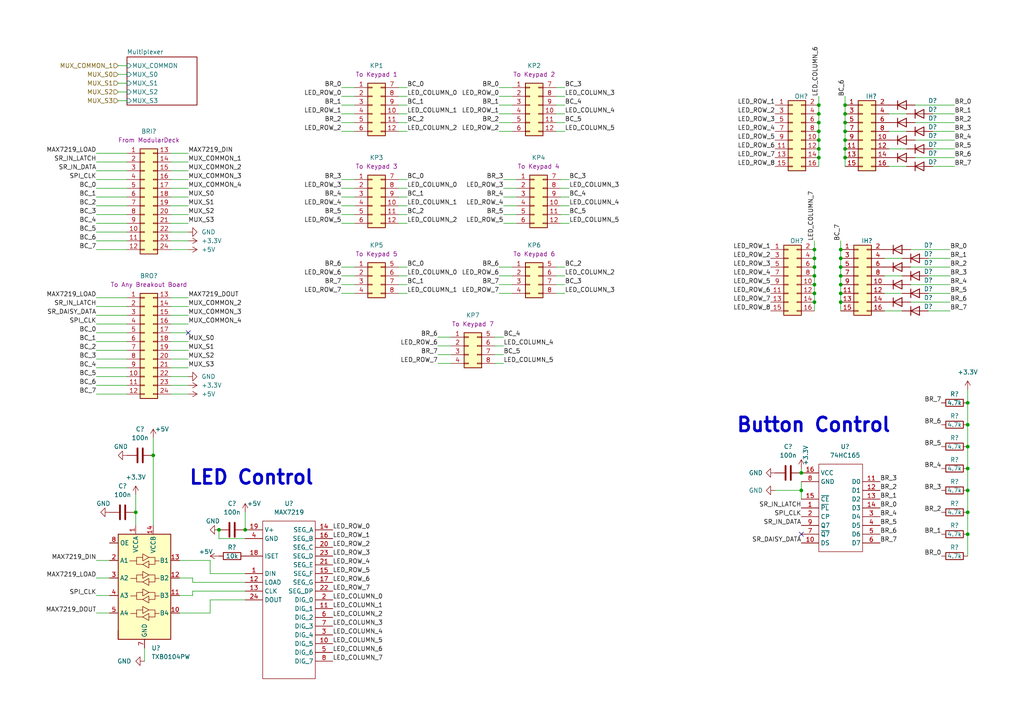
<source format=kicad_sch>
(kicad_sch (version 20211123) (generator eeschema)
  (paper "A4")
  (lib_symbols
    (symbol "Connector_Generic:Conn_02x04_Top_Bottom" (pin_names (offset 1.016) hide)
      (property "Reference" "J" (at 1.27 5.08 0))
      (property "Value" "Conn_02x04_Top_Bottom" (at 1.27 -7.62 0))
      (symbol "Conn_02x04_Top_Bottom_1_1"
        (pin passive line (at -5.08 2.54 0) (length 3.81) (name "Pin_1") (number "1"))
        (pin passive line (at -5.08 0 0) (length 3.81) (name "Pin_2") (number "2"))
        (pin passive line (at -5.08 -2.54 0) (length 3.81) (name "Pin_3") (number "3"))
        (pin passive line (at -5.08 -5.08 0) (length 3.81) (name "Pin_4") (number "4"))
        (pin passive line (at 7.62 2.54 180) (length 3.81) (name "Pin_5") (number "5"))
        (pin passive line (at 7.62 0 180) (length 3.81) (name "Pin_6") (number "6"))
        (pin passive line (at 7.62 -2.54 180) (length 3.81) (name "Pin_7") (number "7"))
        (pin passive line (at 7.62 -5.08 180) (length 3.81) (name "Pin_8") (number "8"))
      )
    )
    (symbol "Connector_Generic:Conn_02x06_Top_Bottom" (pin_names (offset 1.016) hide)
      (property "Reference" "J" (at 1.27 7.62 0))
      (property "Value" "Conn_02x06_Top_Bottom" (at 1.27 -10.16 0))
      (symbol "Conn_02x06_Top_Bottom_1_1"
        (pin passive line (at -5.08 5.08 0) (length 3.81) (name "Pin_1") (number "1"))
        (pin passive line (at 7.62 -2.54 180) (length 3.81) (name "Pin_10") (number "10"))
        (pin passive line (at 7.62 -5.08 180) (length 3.81) (name "Pin_11") (number "11"))
        (pin passive line (at 7.62 -7.62 180) (length 3.81) (name "Pin_12") (number "12"))
        (pin passive line (at -5.08 2.54 0) (length 3.81) (name "Pin_2") (number "2"))
        (pin passive line (at -5.08 0 0) (length 3.81) (name "Pin_3") (number "3"))
        (pin passive line (at -5.08 -2.54 0) (length 3.81) (name "Pin_4") (number "4"))
        (pin passive line (at -5.08 -5.08 0) (length 3.81) (name "Pin_5") (number "5"))
        (pin passive line (at -5.08 -7.62 0) (length 3.81) (name "Pin_6") (number "6"))
        (pin passive line (at 7.62 5.08 180) (length 3.81) (name "Pin_7") (number "7"))
        (pin passive line (at 7.62 2.54 180) (length 3.81) (name "Pin_8") (number "8"))
        (pin passive line (at 7.62 0 180) (length 3.81) (name "Pin_9") (number "9"))
      )
    )
    (symbol "Connector_Generic:Conn_02x08_Odd_Even" (pin_names (offset 1.016) hide)
      (property "Reference" "J" (at 1.27 10.16 0))
      (property "Value" "Conn_02x08_Odd_Even" (at 1.27 -12.7 0))
      (symbol "Conn_02x08_Odd_Even_1_1"
        (pin passive line (at -5.08 7.62 0) (length 3.81) (name "Pin_1") (number "1"))
        (pin passive line (at 7.62 -2.54 180) (length 3.81) (name "Pin_10") (number "10"))
        (pin passive line (at -5.08 -5.08 0) (length 3.81) (name "Pin_11") (number "11"))
        (pin passive line (at 7.62 -5.08 180) (length 3.81) (name "Pin_12") (number "12"))
        (pin passive line (at -5.08 -7.62 0) (length 3.81) (name "Pin_13") (number "13"))
        (pin passive line (at 7.62 -7.62 180) (length 3.81) (name "Pin_14") (number "14"))
        (pin passive line (at -5.08 -10.16 0) (length 3.81) (name "Pin_15") (number "15"))
        (pin passive line (at 7.62 -10.16 180) (length 3.81) (name "Pin_16") (number "16"))
        (pin passive line (at 7.62 7.62 180) (length 3.81) (name "Pin_2") (number "2"))
        (pin passive line (at -5.08 5.08 0) (length 3.81) (name "Pin_3") (number "3"))
        (pin passive line (at 7.62 5.08 180) (length 3.81) (name "Pin_4") (number "4"))
        (pin passive line (at -5.08 2.54 0) (length 3.81) (name "Pin_5") (number "5"))
        (pin passive line (at 7.62 2.54 180) (length 3.81) (name "Pin_6") (number "6"))
        (pin passive line (at -5.08 0 0) (length 3.81) (name "Pin_7") (number "7"))
        (pin passive line (at 7.62 0 180) (length 3.81) (name "Pin_8") (number "8"))
        (pin passive line (at -5.08 -2.54 0) (length 3.81) (name "Pin_9") (number "9"))
      )
    )
    (symbol "Connector_Generic:Conn_02x12_Top_Bottom" (pin_names (offset 1.016) hide)
      (property "Reference" "J" (at 1.27 15.24 0))
      (property "Value" "Conn_02x12_Top_Bottom" (at 1.27 -17.78 0))
      (symbol "Conn_02x12_Top_Bottom_1_1"
        (pin passive line (at -5.08 12.7 0) (length 3.81) (name "Pin_1") (number "1"))
        (pin passive line (at -5.08 -10.16 0) (length 3.81) (name "Pin_10") (number "10"))
        (pin passive line (at -5.08 -12.7 0) (length 3.81) (name "Pin_11") (number "11"))
        (pin passive line (at -5.08 -15.24 0) (length 3.81) (name "Pin_12") (number "12"))
        (pin passive line (at 7.62 12.7 180) (length 3.81) (name "Pin_13") (number "13"))
        (pin passive line (at 7.62 10.16 180) (length 3.81) (name "Pin_14") (number "14"))
        (pin passive line (at 7.62 7.62 180) (length 3.81) (name "Pin_15") (number "15"))
        (pin passive line (at 7.62 5.08 180) (length 3.81) (name "Pin_16") (number "16"))
        (pin passive line (at 7.62 2.54 180) (length 3.81) (name "Pin_17") (number "17"))
        (pin passive line (at 7.62 0 180) (length 3.81) (name "Pin_18") (number "18"))
        (pin passive line (at 7.62 -2.54 180) (length 3.81) (name "Pin_19") (number "19"))
        (pin passive line (at -5.08 10.16 0) (length 3.81) (name "Pin_2") (number "2"))
        (pin passive line (at 7.62 -5.08 180) (length 3.81) (name "Pin_20") (number "20"))
        (pin passive line (at 7.62 -7.62 180) (length 3.81) (name "Pin_21") (number "21"))
        (pin passive line (at 7.62 -10.16 180) (length 3.81) (name "Pin_22") (number "22"))
        (pin passive line (at 7.62 -12.7 180) (length 3.81) (name "Pin_23") (number "23"))
        (pin passive line (at 7.62 -15.24 180) (length 3.81) (name "Pin_24") (number "24"))
        (pin passive line (at -5.08 7.62 0) (length 3.81) (name "Pin_3") (number "3"))
        (pin passive line (at -5.08 5.08 0) (length 3.81) (name "Pin_4") (number "4"))
        (pin passive line (at -5.08 2.54 0) (length 3.81) (name "Pin_5") (number "5"))
        (pin passive line (at -5.08 0 0) (length 3.81) (name "Pin_6") (number "6"))
        (pin passive line (at -5.08 -2.54 0) (length 3.81) (name "Pin_7") (number "7"))
        (pin passive line (at -5.08 -5.08 0) (length 3.81) (name "Pin_8") (number "8"))
        (pin passive line (at -5.08 -7.62 0) (length 3.81) (name "Pin_9") (number "9"))
      )
    )
    (symbol "Device:C" (pin_numbers hide) (pin_names (offset 0.254))
      (property "Reference" "C" (at 0.635 2.54 0))
      (property "Value" "C" (at 0.635 -2.54 0))
      (symbol "C_1_1"
        (pin passive line (at 0 3.81 270) (length 2.794) (name "~") (number "1"))
        (pin passive line (at 0 -3.81 90) (length 2.794) (name "~") (number "2"))
      )
    )
    (symbol "Device:R" (pin_numbers hide) (pin_names (offset 0))
      (property "Reference" "R" (at 2.032 0 90))
      (property "Value" "R" (at 0 0 90))
      (symbol "R_1_1"
        (pin passive line (at 0 3.81 270) (length 1.27) (name "~") (number "1"))
        (pin passive line (at 0 -3.81 90) (length 1.27) (name "~") (number "2"))
      )
    )
    (symbol "Diode:1N4148WT" (pin_numbers hide) (pin_names (offset 1.016) hide)
      (property "Reference" "D" (at 0 2.54 0))
      (property "Value" "1N4148WT" (at 0 -2.54 0))
      (symbol "1N4148WT_1_1"
        (pin passive line (at -3.81 0 0) (length 2.54) (name "K") (number "1"))
        (pin passive line (at 3.81 0 180) (length 2.54) (name "A") (number "2"))
      )
    )
    (symbol "Logic_LevelTranslator:TXB0104PW"
      (property "Reference" "U" (at -6.35 16.51 0))
      (property "Value" "TXB0104PW" (at 3.81 16.51 0))
      (symbol "TXB0104PW_1_1"
        (pin power_in line (at -2.54 17.78 270) (length 2.54) (name "VCCA") (number "1"))
        (pin bidirectional line (at 10.16 -7.62 180) (length 2.54) (name "B4") (number "10"))
        (pin bidirectional line (at 10.16 -2.54 180) (length 2.54) (name "B3") (number "11"))
        (pin bidirectional line (at 10.16 2.54 180) (length 2.54) (name "B2") (number "12"))
        (pin bidirectional line (at 10.16 7.62 180) (length 2.54) (name "B1") (number "13"))
        (pin power_in line (at 2.54 17.78 270) (length 2.54) (name "VCCB") (number "14"))
        (pin bidirectional line (at -10.16 7.62 0) (length 2.54) (name "A1") (number "2"))
        (pin bidirectional line (at -10.16 2.54 0) (length 2.54) (name "A2") (number "3"))
        (pin bidirectional line (at -10.16 -2.54 0) (length 2.54) (name "A3") (number "4"))
        (pin bidirectional line (at -10.16 -7.62 0) (length 2.54) (name "A4") (number "5"))
        (pin no_connect line (at -10.16 -12.7 0) (length 2.54) hide (name "NC") (number "6"))
        (pin power_in line (at 0 -17.78 90) (length 2.54) (name "GND") (number "7"))
        (pin input line (at -10.16 12.7 0) (length 2.54) (name "OE") (number "8"))
        (pin no_connect line (at 10.16 -12.7 180) (length 2.54) hide (name "NC") (number "9"))
      )
    )
    (symbol "igor_lib:74HC165"
      (property "Reference" "U?" (at 6.35 29.21 0))
      (property "Value" "74HC165" (at 6.35 26.67 0))
      (symbol "74HC165_1_0"
        (pin input line (at -5.08 12.7 0) (length 5.08) (name "~{PL}") (number "1"))
        (pin input line (at -5.08 2.54 0) (length 5.08) (name "DS") (number "10"))
        (pin input line (at 17.78 20.32 180) (length 5.08) (name "D0") (number "11"))
        (pin input line (at 17.78 17.78 180) (length 5.08) (name "D1") (number "12"))
        (pin input line (at 17.78 15.24 180) (length 5.08) (name "D2") (number "13"))
        (pin input line (at 17.78 12.7 180) (length 5.08) (name "D3") (number "14"))
        (pin input line (at -5.08 15.24 0) (length 5.08) (name "~{CE}") (number "15"))
        (pin power_in line (at -5.08 22.86 0) (length 5.08) (name "VCC") (number "16"))
        (pin input line (at -5.08 10.16 0) (length 5.08) (name "CP") (number "2"))
        (pin input line (at 17.78 10.16 180) (length 5.08) (name "D4") (number "3"))
        (pin input line (at 17.78 7.62 180) (length 5.08) (name "D5") (number "4"))
        (pin input line (at 17.78 5.08 180) (length 5.08) (name "D6") (number "5"))
        (pin input line (at 17.78 2.54 180) (length 5.08) (name "D7") (number "6"))
        (pin output line (at -5.08 5.08 0) (length 5.08) (name "~{Q7}") (number "7"))
        (pin power_in line (at -5.08 20.32 0) (length 5.08) (name "GND") (number "8"))
        (pin output line (at -5.08 7.62 0) (length 5.08) (name "Q7") (number "9"))
      )
    )
    (symbol "igor_lib:MAX7219"
      (property "Reference" "U?" (at 7.62 49.53 0))
      (property "Value" "MAX7219" (at 7.62 46.99 0))
      (symbol "MAX7219_1_1"
        (pin input line (at -5.08 30.48 0) (length 5.08) (name "DIN") (number "1"))
        (pin output line (at 20.32 10.16 180) (length 5.08) (name "DIG_5") (number "10"))
        (pin output line (at 20.32 20.32 180) (length 5.08) (name "DIG_1") (number "11"))
        (pin input line (at -5.08 27.94 0) (length 5.08) (name "LOAD") (number "12"))
        (pin input line (at -5.08 25.4 0) (length 5.08) (name "CLK") (number "13"))
        (pin output line (at 20.32 43.18 180) (length 5.08) (name "SEG_A") (number "14"))
        (pin output line (at 20.32 30.48 180) (length 5.08) (name "SEG_F") (number "15"))
        (pin output line (at 20.32 40.64 180) (length 5.08) (name "SEG_B") (number "16"))
        (pin output line (at 20.32 27.94 180) (length 5.08) (name "SEG_G") (number "17"))
        (pin input line (at -5.08 35.56 0) (length 5.08) (name "ISET") (number "18"))
        (pin power_in line (at -5.08 43.18 0) (length 5.08) (name "V+") (number "19"))
        (pin output line (at 20.32 22.86 180) (length 5.08) (name "DIG_0") (number "2"))
        (pin output line (at 20.32 38.1 180) (length 5.08) (name "SEG_C") (number "20"))
        (pin output line (at 20.32 33.02 180) (length 5.08) (name "SEG_E") (number "21"))
        (pin output line (at 20.32 25.4 180) (length 5.08) (name "SEG_DP") (number "22"))
        (pin output line (at 20.32 35.56 180) (length 5.08) (name "SEG_D") (number "23"))
        (pin output line (at -5.08 22.86 0) (length 5.08) (name "DOUT") (number "24"))
        (pin output line (at 20.32 12.7 180) (length 5.08) (name "DIG_4") (number "3"))
        (pin power_in line (at -5.08 40.64 0) (length 5.08) (name "GND") (number "4"))
        (pin output line (at 20.32 7.62 180) (length 5.08) (name "DIG_6") (number "5"))
        (pin output line (at 20.32 17.78 180) (length 5.08) (name "DIG_2") (number "6"))
        (pin output line (at 20.32 15.24 180) (length 5.08) (name "DIG_3") (number "7"))
        (pin output line (at 20.32 5.08 180) (length 5.08) (name "DIG_7") (number "8"))
        (pin passive line (at -5.08 40.64 0) (length 5.08) hide (name "GND") (number "9"))
      )
    )
    (symbol "power:+3.3V" (power) (pin_names (offset 0))
      (property "Value" "+3.3V" (at 0 3.556 0))
      (symbol "+3.3V_1_1"
        (pin power_in line (at 0 0 90) (length 0) hide (name "+3.3V") (number "1"))
      )
    )
    (symbol "power:+5V" (power) (pin_names (offset 0))
      (property "Value" "+5V" (at 0 3.556 0))
      (symbol "+5V_1_1"
        (pin power_in line (at 0 0 90) (length 0) hide (name "+5V") (number "1"))
      )
    )
    (symbol "power:GND" (power) (pin_names (offset 0))
      (property "Value" "GND" (at 0 -3.81 0))
      (symbol "GND_1_1"
        (pin power_in line (at 0 0 270) (length 0) hide (name "GND") (number "1"))
      )
    )
  )
  (junction (at 280.67 135.89))
  (junction (at 232.41 142.24))
  (junction (at 243.84 87.63))
  (junction (at 232.41 137.16))
  (junction (at 280.67 116.84))
  (junction (at 236.22 87.63))
  (junction (at 243.84 85.09))
  (junction (at 280.67 154.94))
  (junction (at 245.11 35.56))
  (junction (at 237.49 33.02))
  (junction (at 280.67 142.24))
  (junction (at 243.84 82.55))
  (junction (at 245.11 43.18))
  (junction (at 237.49 38.1))
  (junction (at 245.11 40.64))
  (junction (at 237.49 35.56))
  (junction (at 243.84 80.01))
  (junction (at 236.22 80.01))
  (junction (at 236.22 85.09))
  (junction (at 280.67 129.54))
  (junction (at 243.84 72.39))
  (junction (at 243.84 74.93))
  (junction (at 236.22 82.55))
  (junction (at 243.84 77.47))
  (junction (at 237.49 43.18))
  (junction (at 280.67 148.59))
  (junction (at 245.11 30.48))
  (junction (at 71.12 153.67))
  (junction (at 280.67 123.19))
  (junction (at 245.11 38.1))
  (junction (at 245.11 33.02))
  (junction (at 39.37 148.59))
  (junction (at 236.22 74.93))
  (junction (at 237.49 45.72))
  (junction (at 236.22 72.39))
  (junction (at 237.49 30.48))
  (junction (at 63.5 153.67))
  (junction (at 44.45 132.08))
  (junction (at 236.22 77.47))
  (junction (at 245.11 45.72))
  (junction (at 237.49 40.64))
  (no_connect (at 232.41 154.94))
  (no_connect (at 54.61 96.52))
  (wire (pts (xy 99.06 35.56) (xy 102.87 35.56)))
  (wire (pts (xy 270.51 48.26) (xy 276.86 48.26)))
  (wire (pts (xy 55.88 171.45) (xy 55.88 172.72)))
  (wire (pts (xy 261.62 80.01) (xy 256.54 80.01)))
  (wire (pts (xy 49.53 54.61) (xy 54.61 54.61)))
  (wire (pts (xy 115.57 27.94) (xy 118.11 27.94)))
  (wire (pts (xy 280.67 129.54) (xy 280.67 135.89)))
  (wire (pts (xy 27.94 46.99) (xy 36.83 46.99)))
  (wire (pts (xy 115.57 57.15) (xy 118.11 57.15)))
  (wire (pts (xy 144.78 33.02) (xy 148.59 33.02)))
  (wire (pts (xy 280.67 135.89) (xy 280.67 142.24)))
  (wire (pts (xy 146.05 59.69) (xy 149.86 59.69)))
  (wire (pts (xy 144.78 85.09) (xy 148.59 85.09)))
  (wire (pts (xy 243.84 74.93) (xy 243.84 77.47)))
  (wire (pts (xy 245.11 33.02) (xy 245.11 35.56)))
  (wire (pts (xy 269.24 80.01) (xy 275.59 80.01)))
  (wire (pts (xy 265.43 45.72) (xy 276.86 45.72)))
  (wire (pts (xy 236.22 72.39) (xy 236.22 74.93)))
  (wire (pts (xy 49.53 91.44) (xy 54.61 91.44)))
  (wire (pts (xy 71.12 156.21) (xy 63.5 156.21)))
  (wire (pts (xy 264.16 87.63) (xy 275.59 87.63)))
  (wire (pts (xy 115.57 82.55) (xy 118.11 82.55)))
  (wire (pts (xy 99.06 85.09) (xy 102.87 85.09)))
  (wire (pts (xy 27.94 106.68) (xy 36.83 106.68)))
  (wire (pts (xy 55.88 168.91) (xy 71.12 168.91)))
  (wire (pts (xy 44.45 132.08) (xy 44.45 152.4)))
  (wire (pts (xy 49.53 111.76) (xy 54.61 111.76)))
  (wire (pts (xy 27.94 91.44) (xy 36.83 91.44)))
  (wire (pts (xy 49.53 57.15) (xy 54.61 57.15)))
  (wire (pts (xy 144.78 77.47) (xy 148.59 77.47)))
  (wire (pts (xy 232.41 142.24) (xy 232.41 144.78)))
  (wire (pts (xy 161.29 27.94) (xy 163.83 27.94)))
  (wire (pts (xy 162.56 52.07) (xy 165.1 52.07)))
  (wire (pts (xy 49.53 44.45) (xy 54.61 44.45)))
  (wire (pts (xy 49.53 69.85) (xy 54.61 69.85)))
  (wire (pts (xy 146.05 57.15) (xy 149.86 57.15)))
  (wire (pts (xy 27.94 54.61) (xy 36.83 54.61)))
  (wire (pts (xy 36.83 24.13) (xy 34.29 24.13)))
  (wire (pts (xy 236.22 80.01) (xy 236.22 82.55)))
  (wire (pts (xy 264.16 77.47) (xy 275.59 77.47)))
  (wire (pts (xy 55.88 167.64) (xy 52.07 167.64)))
  (wire (pts (xy 27.94 93.98) (xy 36.83 93.98)))
  (wire (pts (xy 63.5 156.21) (xy 63.5 153.67)))
  (wire (pts (xy 162.56 62.23) (xy 165.1 62.23)))
  (wire (pts (xy 27.94 72.39) (xy 36.83 72.39)))
  (wire (pts (xy 162.56 59.69) (xy 165.1 59.69)))
  (wire (pts (xy 270.51 43.18) (xy 276.86 43.18)))
  (wire (pts (xy 245.11 40.64) (xy 245.11 43.18)))
  (wire (pts (xy 144.78 80.01) (xy 148.59 80.01)))
  (wire (pts (xy 27.94 101.6) (xy 36.83 101.6)))
  (wire (pts (xy 115.57 62.23) (xy 118.11 62.23)))
  (wire (pts (xy 144.78 38.1) (xy 148.59 38.1)))
  (wire (pts (xy 99.06 62.23) (xy 102.87 62.23)))
  (wire (pts (xy 36.83 29.21) (xy 34.29 29.21)))
  (wire (pts (xy 55.88 168.91) (xy 55.88 167.64)))
  (wire (pts (xy 27.94 114.3) (xy 36.83 114.3)))
  (wire (pts (xy 60.96 177.8) (xy 52.07 177.8)))
  (wire (pts (xy 144.78 27.94) (xy 148.59 27.94)))
  (wire (pts (xy 264.16 72.39) (xy 275.59 72.39)))
  (wire (pts (xy 261.62 85.09) (xy 256.54 85.09)))
  (wire (pts (xy 280.67 148.59) (xy 280.67 154.94)))
  (wire (pts (xy 99.06 30.48) (xy 102.87 30.48)))
  (wire (pts (xy 99.06 64.77) (xy 102.87 64.77)))
  (wire (pts (xy 237.49 27.94) (xy 237.49 30.48)))
  (wire (pts (xy 115.57 64.77) (xy 118.11 64.77)))
  (wire (pts (xy 27.94 86.36) (xy 36.83 86.36)))
  (wire (pts (xy 162.56 57.15) (xy 165.1 57.15)))
  (wire (pts (xy 41.91 187.96) (xy 41.91 191.77)))
  (wire (pts (xy 49.53 109.22) (xy 54.61 109.22)))
  (wire (pts (xy 232.41 135.89) (xy 232.41 137.16)))
  (wire (pts (xy 127 97.79) (xy 130.81 97.79)))
  (wire (pts (xy 144.78 35.56) (xy 148.59 35.56)))
  (wire (pts (xy 36.83 21.59) (xy 34.29 21.59)))
  (wire (pts (xy 245.11 35.56) (xy 245.11 38.1)))
  (wire (pts (xy 161.29 85.09) (xy 163.83 85.09)))
  (wire (pts (xy 99.06 59.69) (xy 102.87 59.69)))
  (wire (pts (xy 262.89 33.02) (xy 257.81 33.02)))
  (wire (pts (xy 27.94 109.22) (xy 36.83 109.22)))
  (wire (pts (xy 27.94 69.85) (xy 36.83 69.85)))
  (wire (pts (xy 243.84 82.55) (xy 243.84 85.09)))
  (wire (pts (xy 27.94 67.31) (xy 36.83 67.31)))
  (wire (pts (xy 71.12 148.59) (xy 71.12 153.67)))
  (wire (pts (xy 262.89 48.26) (xy 257.81 48.26)))
  (wire (pts (xy 161.29 38.1) (xy 163.83 38.1)))
  (wire (pts (xy 60.96 162.56) (xy 52.07 162.56)))
  (wire (pts (xy 99.06 27.94) (xy 102.87 27.94)))
  (wire (pts (xy 27.94 177.8) (xy 31.75 177.8)))
  (wire (pts (xy 27.94 167.64) (xy 31.75 167.64)))
  (wire (pts (xy 236.22 85.09) (xy 236.22 87.63)))
  (wire (pts (xy 49.53 49.53) (xy 54.61 49.53)))
  (wire (pts (xy 49.53 67.31) (xy 54.61 67.31)))
  (wire (pts (xy 27.94 96.52) (xy 36.83 96.52)))
  (wire (pts (xy 127 100.33) (xy 130.81 100.33)))
  (wire (pts (xy 237.49 43.18) (xy 237.49 45.72)))
  (wire (pts (xy 237.49 45.72) (xy 237.49 48.26)))
  (wire (pts (xy 115.57 30.48) (xy 118.11 30.48)))
  (wire (pts (xy 115.57 25.4) (xy 118.11 25.4)))
  (wire (pts (xy 224.79 142.24) (xy 232.41 142.24)))
  (wire (pts (xy 243.84 85.09) (xy 243.84 87.63)))
  (wire (pts (xy 27.94 49.53) (xy 36.83 49.53)))
  (wire (pts (xy 269.24 85.09) (xy 275.59 85.09)))
  (wire (pts (xy 262.89 38.1) (xy 257.81 38.1)))
  (wire (pts (xy 143.51 105.41) (xy 146.05 105.41)))
  (wire (pts (xy 161.29 33.02) (xy 163.83 33.02)))
  (wire (pts (xy 99.06 38.1) (xy 102.87 38.1)))
  (wire (pts (xy 99.06 82.55) (xy 102.87 82.55)))
  (wire (pts (xy 27.94 104.14) (xy 36.83 104.14)))
  (wire (pts (xy 162.56 64.77) (xy 165.1 64.77)))
  (wire (pts (xy 265.43 30.48) (xy 276.86 30.48)))
  (wire (pts (xy 243.84 77.47) (xy 243.84 80.01)))
  (wire (pts (xy 245.11 38.1) (xy 245.11 40.64)))
  (wire (pts (xy 60.96 166.37) (xy 60.96 162.56)))
  (wire (pts (xy 49.53 88.9) (xy 54.61 88.9)))
  (wire (pts (xy 55.88 172.72) (xy 52.07 172.72)))
  (wire (pts (xy 115.57 80.01) (xy 118.11 80.01)))
  (wire (pts (xy 161.29 35.56) (xy 163.83 35.56)))
  (wire (pts (xy 99.06 80.01) (xy 102.87 80.01)))
  (wire (pts (xy 44.45 127) (xy 44.45 132.08)))
  (wire (pts (xy 236.22 69.85) (xy 236.22 72.39)))
  (wire (pts (xy 264.16 82.55) (xy 275.59 82.55)))
  (wire (pts (xy 49.53 93.98) (xy 54.61 93.98)))
  (wire (pts (xy 236.22 77.47) (xy 236.22 80.01)))
  (wire (pts (xy 161.29 82.55) (xy 163.83 82.55)))
  (wire (pts (xy 265.43 35.56) (xy 276.86 35.56)))
  (wire (pts (xy 270.51 38.1) (xy 276.86 38.1)))
  (wire (pts (xy 36.83 26.67) (xy 34.29 26.67)))
  (wire (pts (xy 161.29 30.48) (xy 163.83 30.48)))
  (wire (pts (xy 237.49 40.64) (xy 237.49 43.18)))
  (wire (pts (xy 60.96 166.37) (xy 71.12 166.37)))
  (wire (pts (xy 236.22 87.63) (xy 236.22 90.17)))
  (wire (pts (xy 237.49 33.02) (xy 237.49 35.56)))
  (wire (pts (xy 127 102.87) (xy 130.81 102.87)))
  (wire (pts (xy 27.94 64.77) (xy 36.83 64.77)))
  (wire (pts (xy 115.57 85.09) (xy 118.11 85.09)))
  (wire (pts (xy 115.57 33.02) (xy 118.11 33.02)))
  (wire (pts (xy 27.94 162.56) (xy 31.75 162.56)))
  (wire (pts (xy 161.29 25.4) (xy 163.83 25.4)))
  (wire (pts (xy 236.22 74.93) (xy 236.22 77.47)))
  (wire (pts (xy 115.57 35.56) (xy 118.11 35.56)))
  (wire (pts (xy 161.29 80.01) (xy 163.83 80.01)))
  (wire (pts (xy 49.53 101.6) (xy 54.61 101.6)))
  (wire (pts (xy 243.84 69.85) (xy 243.84 72.39)))
  (wire (pts (xy 144.78 25.4) (xy 148.59 25.4)))
  (wire (pts (xy 280.67 154.94) (xy 280.67 161.29)))
  (wire (pts (xy 49.53 46.99) (xy 54.61 46.99)))
  (wire (pts (xy 146.05 62.23) (xy 149.86 62.23)))
  (wire (pts (xy 115.57 52.07) (xy 118.11 52.07)))
  (wire (pts (xy 27.94 57.15) (xy 36.83 57.15)))
  (wire (pts (xy 261.62 74.93) (xy 256.54 74.93)))
  (wire (pts (xy 143.51 100.33) (xy 146.05 100.33)))
  (wire (pts (xy 49.53 62.23) (xy 54.61 62.23)))
  (wire (pts (xy 99.06 52.07) (xy 102.87 52.07)))
  (wire (pts (xy 127 105.41) (xy 130.81 105.41)))
  (wire (pts (xy 144.78 30.48) (xy 148.59 30.48)))
  (wire (pts (xy 232.41 139.7) (xy 232.41 142.24)))
  (wire (pts (xy 49.53 72.39) (xy 54.61 72.39)))
  (wire (pts (xy 144.78 82.55) (xy 148.59 82.55)))
  (wire (pts (xy 27.94 99.06) (xy 36.83 99.06)))
  (wire (pts (xy 27.94 88.9) (xy 36.83 88.9)))
  (wire (pts (xy 99.06 57.15) (xy 102.87 57.15)))
  (wire (pts (xy 49.53 104.14) (xy 54.61 104.14)))
  (wire (pts (xy 27.94 62.23) (xy 36.83 62.23)))
  (wire (pts (xy 39.37 148.59) (xy 39.37 152.4)))
  (wire (pts (xy 55.88 171.45) (xy 71.12 171.45)))
  (wire (pts (xy 161.29 77.47) (xy 163.83 77.47)))
  (wire (pts (xy 269.24 74.93) (xy 275.59 74.93)))
  (wire (pts (xy 237.49 38.1) (xy 237.49 40.64)))
  (wire (pts (xy 60.96 173.99) (xy 71.12 173.99)))
  (wire (pts (xy 27.94 44.45) (xy 36.83 44.45)))
  (wire (pts (xy 280.67 113.03) (xy 280.67 116.84)))
  (wire (pts (xy 49.53 114.3) (xy 54.61 114.3)))
  (wire (pts (xy 49.53 52.07) (xy 54.61 52.07)))
  (wire (pts (xy 49.53 86.36) (xy 54.61 86.36)))
  (wire (pts (xy 236.22 82.55) (xy 236.22 85.09)))
  (wire (pts (xy 280.67 123.19) (xy 280.67 129.54)))
  (wire (pts (xy 262.89 43.18) (xy 257.81 43.18)))
  (wire (pts (xy 243.84 72.39) (xy 243.84 74.93)))
  (wire (pts (xy 115.57 59.69) (xy 118.11 59.69)))
  (wire (pts (xy 261.62 90.17) (xy 256.54 90.17)))
  (wire (pts (xy 27.94 52.07) (xy 36.83 52.07)))
  (wire (pts (xy 243.84 87.63) (xy 243.84 90.17)))
  (wire (pts (xy 39.37 143.51) (xy 39.37 148.59)))
  (wire (pts (xy 60.96 173.99) (xy 60.96 177.8)))
  (wire (pts (xy 237.49 35.56) (xy 237.49 38.1)))
  (wire (pts (xy 146.05 54.61) (xy 149.86 54.61)))
  (wire (pts (xy 162.56 54.61) (xy 165.1 54.61)))
  (wire (pts (xy 243.84 80.01) (xy 243.84 82.55)))
  (wire (pts (xy 115.57 38.1) (xy 118.11 38.1)))
  (wire (pts (xy 99.06 77.47) (xy 102.87 77.47)))
  (wire (pts (xy 270.51 33.02) (xy 276.86 33.02)))
  (wire (pts (xy 245.11 43.18) (xy 245.11 45.72)))
  (wire (pts (xy 245.11 27.94) (xy 245.11 30.48)))
  (wire (pts (xy 280.67 116.84) (xy 280.67 123.19)))
  (wire (pts (xy 99.06 33.02) (xy 102.87 33.02)))
  (wire (pts (xy 49.53 106.68) (xy 54.61 106.68)))
  (wire (pts (xy 115.57 77.47) (xy 118.11 77.47)))
  (wire (pts (xy 146.05 64.77) (xy 149.86 64.77)))
  (wire (pts (xy 245.11 30.48) (xy 245.11 33.02)))
  (wire (pts (xy 143.51 97.79) (xy 146.05 97.79)))
  (wire (pts (xy 280.67 142.24) (xy 280.67 148.59)))
  (wire (pts (xy 27.94 172.72) (xy 31.75 172.72)))
  (wire (pts (xy 245.11 45.72) (xy 245.11 48.26)))
  (wire (pts (xy 265.43 40.64) (xy 276.86 40.64)))
  (wire (pts (xy 49.53 96.52) (xy 54.61 96.52)))
  (wire (pts (xy 115.57 54.61) (xy 118.11 54.61)))
  (wire (pts (xy 99.06 54.61) (xy 102.87 54.61)))
  (wire (pts (xy 49.53 99.06) (xy 54.61 99.06)))
  (wire (pts (xy 49.53 59.69) (xy 54.61 59.69)))
  (wire (pts (xy 49.53 64.77) (xy 54.61 64.77)))
  (wire (pts (xy 237.49 30.48) (xy 237.49 33.02)))
  (wire (pts (xy 27.94 59.69) (xy 36.83 59.69)))
  (wire (pts (xy 27.94 111.76) (xy 36.83 111.76)))
  (wire (pts (xy 269.24 90.17) (xy 275.59 90.17)))
  (wire (pts (xy 36.83 19.05) (xy 34.29 19.05)))
  (wire (pts (xy 146.05 52.07) (xy 149.86 52.07)))
  (wire (pts (xy 143.51 102.87) (xy 146.05 102.87)))
  (wire (pts (xy 99.06 25.4) (xy 102.87 25.4)))
  (text "LED Control" (at 54.61 140.97 0) (effects (font (size 4 4) (thickness 0.8) bold) (justify left bottom)))
  (text "Button Control" (at 213.36 125.73 0) (effects (font (size 4 4) (thickness 0.8) bold) (justify left bottom)))
  (label "BR_1" (at 255.27 144.78 0))
  (label "LED_ROW_6" (at 144.78 80.01 180))
  (label "BC_4" (at 165.1 57.15 0))
  (label "LED_ROW_8" (at 223.52 90.17 180))
  (label "LED_COLUMN_1" (at 118.11 59.69 0))
  (label "BR_4" (at 146.05 57.15 180))
  (label "BC_1" (at 27.94 99.06 180))
  (label "LED_COLUMN_3" (at 163.83 27.94 0))
  (label "LED_ROW_2" (at 224.79 33.02 180))
  (label "LED_COLUMN_5" (at 165.1 64.77 0))
  (label "BC_6" (at 27.94 69.85 180))
  (label "MUX_COMMON_2" (at 54.61 49.53 0))
  (label "LED_ROW_1" (at 224.79 30.48 180))
  (label "LED_COLUMN_6" (at 237.49 27.94 90))
  (label "SR_DAISY_DATA" (at 232.41 157.48 180))
  (label "MUX_S2" (at 54.61 62.23 0))
  (label "BC_4" (at 27.94 64.77 180))
  (label "LED_ROW_7" (at 99.06 85.09 180))
  (label "BR_6" (at 275.59 87.63 0))
  (label "BR_6" (at 276.86 45.72 0))
  (label "LED_ROW_3" (at 146.05 54.61 180))
  (label "MUX_COMMON_2" (at 54.61 88.9 0))
  (label "LED_ROW_1" (at 144.78 33.02 180))
  (label "MAX7219_DIN" (at 54.61 44.45 0))
  (label "LED_COLUMN_3" (at 165.1 54.61 0))
  (label "LED_ROW_7" (at 224.79 45.72 180))
  (label "LED_ROW_4" (at 99.06 59.69 180))
  (label "BC_3" (at 27.94 104.14 180))
  (label "BC_2" (at 27.94 101.6 180))
  (label "MAX7219_LOAD" (at 27.94 86.36 180))
  (label "LED_ROW_0" (at 99.06 27.94 180))
  (label "SR_DAISY_DATA" (at 27.94 91.44 180))
  (label "BC_7" (at 27.94 114.3 180))
  (label "BC_6" (at 245.11 27.94 90))
  (label "BC_5" (at 163.83 35.56 0))
  (label "BR_0" (at 275.59 72.39 0))
  (label "SR_IN_LATCH" (at 27.94 88.9 180))
  (label "BR_7" (at 99.06 82.55 180))
  (label "BR_6" (at 127 97.79 180))
  (label "LED_ROW_7" (at 127 105.41 180))
  (label "LED_ROW_1" (at 223.52 72.39 180))
  (label "BC_7" (at 27.94 72.39 180))
  (label "LED_ROW_7" (at 223.52 87.63 180))
  (label "BC_5" (at 165.1 62.23 0))
  (label "LED_COLUMN_0" (at 118.11 54.61 0))
  (label "BR_0" (at 255.27 147.32 0))
  (label "BC_2" (at 27.94 59.69 180))
  (label "LED_COLUMN_6" (at 96.52 189.23 0))
  (label "BC_3" (at 165.1 52.07 0))
  (label "BR_6" (at 273.05 123.19 180))
  (label "LED_COLUMN_2" (at 118.11 38.1 0))
  (label "BC_6" (at 27.94 111.76 180))
  (label "BC_0" (at 118.11 25.4 0))
  (label "LED_ROW_5" (at 146.05 64.77 180))
  (label "MUX_S0" (at 54.61 99.06 0))
  (label "MAX7219_LOAD" (at 27.94 167.64 180))
  (label "MUX_S0" (at 54.61 57.15 0))
  (label "MAX7219_DOUT" (at 54.61 86.36 0))
  (label "BR_3" (at 255.27 139.7 0))
  (label "BR_0" (at 276.86 30.48 0))
  (label "LED_ROW_1" (at 99.06 33.02 180))
  (label "BR_1" (at 99.06 30.48 180))
  (label "BC_3" (at 163.83 25.4 0))
  (label "LED_ROW_7" (at 144.78 85.09 180))
  (label "MUX_S2" (at 54.61 104.14 0))
  (label "LED_COLUMN_4" (at 165.1 59.69 0))
  (label "BC_5" (at 146.05 102.87 0))
  (label "BC_0" (at 27.94 96.52 180))
  (label "BR_4" (at 255.27 149.86 0))
  (label "MUX_COMMON_4" (at 54.61 54.61 0))
  (label "BR_3" (at 275.59 80.01 0))
  (label "BR_2" (at 276.86 35.56 0))
  (label "BR_2" (at 255.27 142.24 0))
  (label "BR_4" (at 276.86 40.64 0))
  (label "BC_2" (at 163.83 77.47 0))
  (label "LED_COLUMN_5" (at 163.83 38.1 0))
  (label "BC_1" (at 118.11 30.48 0))
  (label "BR_1" (at 276.86 33.02 0))
  (label "LED_ROW_2" (at 99.06 38.1 180))
  (label "BR_3" (at 276.86 38.1 0))
  (label "LED_ROW_8" (at 224.79 48.26 180))
  (label "BR_2" (at 273.05 148.59 180))
  (label "BR_5" (at 99.06 62.23 180))
  (label "BR_1" (at 144.78 30.48 180))
  (label "BC_1" (at 118.11 57.15 0))
  (label "BR_3" (at 146.05 52.07 180))
  (label "BR_5" (at 275.59 85.09 0))
  (label "LED_ROW_3" (at 96.52 161.29 0))
  (label "BC_0" (at 118.11 52.07 0))
  (label "LED_COLUMN_7" (at 96.52 191.77 0))
  (label "BC_7" (at 243.84 69.85 90))
  (label "BR_7" (at 255.27 157.48 0))
  (label "LED_ROW_0" (at 144.78 27.94 180))
  (label "LED_COLUMN_4" (at 146.05 100.33 0))
  (label "LED_ROW_2" (at 144.78 38.1 180))
  (label "BR_1" (at 273.05 154.94 180))
  (label "MUX_S3" (at 54.61 106.68 0))
  (label "LED_ROW_6" (at 96.52 168.91 0))
  (label "BR_7" (at 275.59 90.17 0))
  (label "MUX_COMMON_3" (at 54.61 52.07 0))
  (label "LED_COLUMN_4" (at 96.52 184.15 0))
  (label "BR_2" (at 275.59 77.47 0))
  (label "BR_2" (at 99.06 35.56 180))
  (label "LED_COLUMN_0" (at 118.11 80.01 0))
  (label "MUX_COMMON_1" (at 54.61 46.99 0))
  (label "LED_COLUMN_1" (at 96.52 176.53 0))
  (label "BR_2" (at 144.78 35.56 180))
  (label "BC_0" (at 27.94 54.61 180))
  (label "BR_5" (at 146.05 62.23 180))
  (label "BR_3" (at 273.05 142.24 180))
  (label "LED_ROW_2" (at 223.52 74.93 180))
  (label "BR_6" (at 99.06 77.47 180))
  (label "BC_4" (at 146.05 97.79 0))
  (label "SPI_CLK" (at 27.94 172.72 180))
  (label "LED_ROW_7" (at 96.52 171.45 0))
  (label "BR_7" (at 273.05 116.84 180))
  (label "LED_COLUMN_5" (at 96.52 186.69 0))
  (label "BR_7" (at 276.86 48.26 0))
  (label "BC_3" (at 163.83 82.55 0))
  (label "BR_5" (at 255.27 152.4 0))
  (label "BC_0" (at 118.11 77.47 0))
  (label "BC_4" (at 163.83 30.48 0))
  (label "LED_ROW_6" (at 99.06 80.01 180))
  (label "BR_5" (at 276.86 43.18 0))
  (label "BR_7" (at 127 102.87 180))
  (label "BC_1" (at 27.94 57.15 180))
  (label "BR_6" (at 144.78 77.47 180))
  (label "MAX7219_DIN" (at 27.94 162.56 180))
  (label "LED_ROW_3" (at 99.06 54.61 180))
  (label "LED_COLUMN_3" (at 96.52 181.61 0))
  (label "LED_COLUMN_1" (at 118.11 85.09 0))
  (label "BC_4" (at 27.94 106.68 180))
  (label "LED_COLUMN_4" (at 163.83 33.02 0))
  (label "BR_3" (at 99.06 52.07 180))
  (label "LED_COLUMN_7" (at 236.22 69.85 90))
  (label "BC_5" (at 27.94 67.31 180))
  (label "LED_ROW_3" (at 224.79 35.56 180))
  (label "BC_3" (at 27.94 62.23 180))
  (label "BC_1" (at 118.11 82.55 0))
  (label "LED_ROW_5" (at 99.06 64.77 180))
  (label "LED_COLUMN_2" (at 118.11 64.77 0))
  (label "LED_COLUMN_2" (at 163.83 80.01 0))
  (label "BR_1" (at 275.59 74.93 0))
  (label "MUX_COMMON_3" (at 54.61 91.44 0))
  (label "SR_IN_LATCH" (at 27.94 46.99 180))
  (label "MAX7219_LOAD" (at 27.94 44.45 180))
  (label "LED_ROW_6" (at 127 100.33 180))
  (label "LED_COLUMN_0" (at 96.52 173.99 0))
  (label "LED_ROW_5" (at 96.52 166.37 0))
  (label "BR_4" (at 275.59 82.55 0))
  (label "BR_5" (at 273.05 129.54 180))
  (label "SPI_CLK" (at 27.94 52.07 180))
  (label "MUX_S3" (at 54.61 64.77 0))
  (label "LED_ROW_2" (at 96.52 158.75 0))
  (label "SPI_CLK" (at 27.94 93.98 180))
  (label "LED_ROW_6" (at 224.79 43.18 180))
  (label "SR_IN_DATA" (at 232.41 152.4 180))
  (label "LED_ROW_4" (at 146.05 59.69 180))
  (label "LED_COLUMN_1" (at 118.11 33.02 0))
  (label "BC_2" (at 118.11 35.56 0))
  (label "LED_ROW_4" (at 224.79 38.1 180))
  (label "LED_COLUMN_3" (at 163.83 85.09 0))
  (label "LED_ROW_0" (at 96.52 153.67 0))
  (label "BC_2" (at 118.11 62.23 0))
  (label "SPI_CLK" (at 232.41 149.86 180))
  (label "SR_IN_DATA" (at 27.94 49.53 180))
  (label "BR_4" (at 99.06 57.15 180))
  (label "BR_0" (at 99.06 25.4 180))
  (label "LED_COLUMN_2" (at 96.52 179.07 0))
  (label "BR_0" (at 144.78 25.4 180))
  (label "LED_ROW_6" (at 223.52 85.09 180))
  (label "SR_IN_LATCH" (at 232.41 147.32 180))
  (label "LED_ROW_3" (at 223.52 77.47 180))
  (label "LED_ROW_5" (at 223.52 82.55 180))
  (label "BR_7" (at 144.78 82.55 180))
  (label "LED_ROW_5" (at 224.79 40.64 180))
  (label "LED_COLUMN_5" (at 146.05 105.41 0))
  (label "BR_0" (at 273.05 161.29 180))
  (label "LED_ROW_4" (at 223.52 80.01 180))
  (label "MUX_S1" (at 54.61 59.69 0))
  (label "MUX_COMMON_4" (at 54.61 93.98 0))
  (label "BR_4" (at 273.05 135.89 180))
  (label "MAX7219_DOUT" (at 27.94 177.8 180))
  (label "LED_ROW_4" (at 96.52 163.83 0))
  (label "BC_5" (at 27.94 109.22 180))
  (label "LED_COLUMN_0" (at 118.11 27.94 0))
  (label "MUX_S1" (at 54.61 101.6 0))
  (label "BR_6" (at 255.27 154.94 0))
  (label "LED_ROW_1" (at 96.52 156.21 0))
  (hierarchical_label "MUX_S0" (shape input) (at 34.29 21.59 180))
  (hierarchical_label "MUX_S1" (shape input) (at 34.29 24.13 180))
  (hierarchical_label "MUX_S3" (shape input) (at 34.29 29.21 180))
  (hierarchical_label "MUX_COMMON_1" (shape input) (at 34.29 19.05 180))
  (hierarchical_label "MUX_S2" (shape input) (at 34.29 26.67 180))
  (symbol (lib_id "Device:C") (at 67.31 153.67 90) (unit 1)
    (property "Reference" "C?" (at 67.31 146.05 90))
    (property "Value" "100n" (at 67.31 148.59 90))
    (property "Footprint" "Capacitor_SMD:C_0402_1005Metric" (effects hide))
    (property "LCSC" "C1525" (effects hide))
  )
  (symbol (lib_id "Diode:1N4148WT") (at 266.7 48.26 0) (unit 1)
    (property "Reference" "D?" (at 270.51 46.99 0))
    (property "Datasheet" "https://www.diodes.com/assets/Datasheets/ds30396.pdf" (effects hide))
    (property "LCSC" "C232841" (effects hide))
  )
  (symbol (lib_id "Diode:1N4148WT") (at 260.35 82.55 0) (unit 1)
    (property "Reference" "D?" (at 269.24 81.28 0))
    (property "Datasheet" "https://www.diodes.com/assets/Datasheets/ds30396.pdf" (effects hide))
    (property "LCSC" "C232841" (effects hide))
  )
  (symbol (lib_id "power:GND") (at 63.5 153.67 270) (unit 1)
    (property "Reference" "#PWR?" (effects hide))
    (property "Value" "GND" (at 59.69 151.13 90) (effects (justify left)))
  )
  (symbol (lib_id "Diode:1N4148WT") (at 265.43 74.93 0) (unit 1)
    (property "Reference" "D?" (at 269.24 73.66 0))
    (property "Datasheet" "https://www.diodes.com/assets/Datasheets/ds30396.pdf" (effects hide))
    (property "LCSC" "C232841" (effects hide))
  )
  (symbol (lib_id "Connector_Generic:Conn_02x06_Top_Bottom") (at 154.94 57.15 0) (unit 1)
    (property "Reference" "KP4" (at 156.21 45.72 0))
    (property "Value" "Conn_02x06_Top_Bottom" (effects hide))
    (property "Description" "To Keypad 4" (at 156.21 48.26 0))
  )
  (symbol (lib_id "Diode:1N4148WT") (at 266.7 38.1 0) (unit 1)
    (property "Reference" "D?" (at 270.51 36.83 0))
    (property "Datasheet" "https://www.diodes.com/assets/Datasheets/ds30396.pdf" (effects hide))
    (property "LCSC" "C232841" (effects hide))
  )
  (symbol (lib_id "power:GND") (at 31.75 148.59 270) (unit 1)
    (property "Reference" "#PWR?" (effects hide))
    (property "Value" "~" (at 27.94 146.05 90) (effects (justify left)))
  )
  (symbol (lib_id "Device:R") (at 276.86 142.24 90) (unit 1)
    (property "Reference" "R?" (at 276.86 139.7 90))
    (property "Value" "4.7k" (at 276.86 142.24 90))
    (property "Footprint" "Resistor_SMD:R_0402_1005Metric" (effects hide))
    (property "LCSC" "C25900" (effects hide))
  )
  (symbol (lib_id "Device:C") (at 228.6 137.16 90) (unit 1)
    (property "Reference" "C?" (at 228.6 129.54 90))
    (property "Value" "100n" (at 228.6 132.08 90))
    (property "Footprint" "Capacitor_SMD:C_0402_1005Metric" (effects hide))
    (property "LCSC" "C1525" (effects hide))
  )
  (symbol (lib_id "Diode:1N4148WT") (at 260.35 72.39 0) (unit 1)
    (property "Reference" "D?" (at 269.24 71.12 0))
    (property "Datasheet" "https://www.diodes.com/assets/Datasheets/ds30396.pdf" (effects hide))
    (property "LCSC" "C232841" (effects hide))
  )
  (symbol (lib_id "power:+3.3V") (at 54.61 69.85 270) (unit 1)
    (property "Reference" "#PWR?" (effects hide))
    (property "Value" "+3.3V" (at 58.42 69.8501 90) (effects (justify left)))
  )
  (symbol (lib_id "Device:R") (at 276.86 129.54 90) (unit 1)
    (property "Reference" "R?" (at 276.86 127 90))
    (property "Value" "4.7k" (at 276.86 129.54 90))
    (property "Footprint" "Resistor_SMD:R_0402_1005Metric" (effects hide))
    (property "LCSC" "C25900" (effects hide))
  )
  (symbol (lib_id "Diode:1N4148WT") (at 261.62 30.48 0) (unit 1)
    (property "Reference" "D?" (at 270.51 29.21 0))
    (property "Datasheet" "https://www.diodes.com/assets/Datasheets/ds30396.pdf" (effects hide))
    (property "LCSC" "C232841" (effects hide))
  )
  (symbol (lib_id "igor_lib:74HC165") (at 237.49 160.02 0) (unit 1)
    (property "Reference" "U?" (at 245.11 129.54 0))
    (property "Value" "74HC165" (at 245.11 132.08 0))
    (property "Footprint" "Package_SO:SO-16_3.9x9.9mm_P1.27mm" (effects hide))
    (property "LCSC" "C5613" (effects hide))
  )
  (symbol (lib_id "power:+5V") (at 63.5 161.29 90) (unit 1)
    (property "Reference" "#PWR?" (effects hide))
    (property "Value" "+5V" (at 59.69 160.02 90))
  )
  (symbol (lib_id "Connector_Generic:Conn_02x06_Top_Bottom") (at 107.95 57.15 0) (unit 1)
    (property "Reference" "KP3" (at 109.22 45.72 0))
    (property "Value" "Conn_02x06_Top_Bottom" (effects hide))
    (property "Description" "To Keypad 3" (at 109.22 48.26 0))
  )
  (symbol (lib_id "Connector_Generic:Conn_02x08_Odd_Even") (at 229.87 38.1 0) (unit 1)
    (property "Reference" "OH?" (at 232.41 27.94 0))
  )
  (symbol (lib_id "power:GND") (at 224.79 137.16 270) (unit 1)
    (property "Reference" "#PWR?" (effects hide))
    (property "Value" "GND" (at 217.17 137.16 90) (effects (justify left)))
  )
  (symbol (lib_id "power:+3.3V") (at 39.37 143.51 0) (unit 1)
    (property "Reference" "#PWR?" (effects hide))
    (property "Value" "+3.3V" (at 39.37 138.43 0))
  )
  (symbol (lib_id "Connector_Generic:Conn_02x04_Top_Bottom") (at 107.95 80.01 0) (unit 1)
    (property "Reference" "KP5" (at 109.22 71.12 0))
    (property "Value" "Conn_02x04_Top_Bottom" (effects hide))
    (property "Description" "To Keypad 5" (at 109.22 73.66 0))
  )
  (symbol (lib_id "Device:R") (at 276.86 123.19 90) (unit 1)
    (property "Reference" "R?" (at 276.86 120.65 90))
    (property "Value" "4.7k" (at 276.86 123.19 90))
    (property "Footprint" "Resistor_SMD:R_0402_1005Metric" (effects hide))
    (property "LCSC" "C25900" (effects hide))
  )
  (symbol (lib_id "power:+3.3V") (at 232.41 135.89 0) (unit 1)
    (property "Reference" "#PWR?" (effects hide))
    (property "Value" "+3.3V" (at 233.68 132.08 90))
  )
  (symbol (lib_id "Connector_Generic:Conn_02x08_Odd_Even") (at 250.19 38.1 0) (unit 1)
    (property "Reference" "IH?" (at 252.73 27.94 0))
  )
  (symbol (lib_id "power:GND") (at 54.61 109.22 90) (unit 1)
    (property "Reference" "#PWR?" (effects hide))
    (property "Value" "GND" (at 58.42 109.2199 90) (effects (justify right)))
  )
  (symbol (lib_id "Connector_Generic:Conn_02x12_Top_Bottom") (at 41.91 57.15 0) (unit 1)
    (property "Reference" "BRI?" (at 43.18 38.1 0))
    (property "Value" "Conn_02x12_Top_Bottom" (effects hide))
    (property "Description" "From ModularDeck" (at 43.18 40.64 0))
  )
  (symbol (lib_id "Diode:1N4148WT") (at 261.62 40.64 0) (unit 1)
    (property "Reference" "D?" (at 270.51 39.37 0))
    (property "Datasheet" "https://www.diodes.com/assets/Datasheets/ds30396.pdf" (effects hide))
    (property "LCSC" "C232841" (effects hide))
  )
  (symbol (lib_id "Connector_Generic:Conn_02x08_Odd_Even") (at 248.92 80.01 0) (unit 1)
    (property "Reference" "IH?" (at 251.46 69.85 0))
  )
  (symbol (lib_id "power:GND") (at 224.79 142.24 270) (unit 1)
    (property "Reference" "#PWR?" (effects hide))
    (property "Value" "GND" (at 217.17 142.24 90) (effects (justify left)))
  )
  (symbol (lib_id "Diode:1N4148WT") (at 261.62 45.72 0) (unit 1)
    (property "Reference" "D?" (at 270.51 44.45 0))
    (property "Datasheet" "https://www.diodes.com/assets/Datasheets/ds30396.pdf" (effects hide))
    (property "LCSC" "C232841" (effects hide))
  )
  (symbol (lib_id "igor_lib:MAX7219") (at 76.2 196.85 0) (unit 1)
    (property "Reference" "U?" (at 83.82 146.05 0))
    (property "Value" "MAX7219" (at 83.82 148.59 0))
    (property "Footprint" "Package_SO:SOIC-24W_7.5x15.4mm_P1.27mm" (effects hide))
    (property "LCSC" "C9964" (effects hide))
  )
  (symbol (lib_id "power:GND") (at 41.91 191.77 270) (unit 1)
    (property "Reference" "#PWR?" (effects hide))
    (property "Value" "GND" (at 38.1 191.7699 90) (effects (justify right)))
  )
  (symbol (lib_id "Diode:1N4148WT") (at 265.43 85.09 0) (unit 1)
    (property "Reference" "D?" (at 269.24 83.82 0))
    (property "Datasheet" "https://www.diodes.com/assets/Datasheets/ds30396.pdf" (effects hide))
    (property "LCSC" "C232841" (effects hide))
  )
  (symbol (lib_id "Device:R") (at 67.31 161.29 90) (unit 1)
    (property "Reference" "R?" (at 67.31 158.75 90))
    (property "Value" "10k" (at 67.31 161.29 90))
    (property "Footprint" "Resistor_SMD:R_0402_1005Metric" (effects hide))
    (property "LCSC" "C25744" (effects hide))
  )
  (symbol (lib_id "Connector_Generic:Conn_02x04_Top_Bottom") (at 153.67 80.01 0) (unit 1)
    (property "Reference" "KP6" (at 154.94 71.12 0))
    (property "Value" "Conn_02x04_Top_Bottom" (effects hide))
    (property "Description" "To Keypad 6" (at 154.94 73.66 0))
  )
  (symbol (lib_id "power:GND") (at 54.61 67.31 90) (unit 1)
    (property "Reference" "#PWR?" (effects hide))
    (property "Value" "GND" (at 58.42 67.3099 90) (effects (justify right)))
  )
  (symbol (lib_id "power:+5V") (at 71.12 148.59 0) (unit 1)
    (property "Reference" "#PWR?" (effects hide))
    (property "Value" "+5V" (at 73.66 146.05 0))
  )
  (symbol (lib_id "Device:C") (at 35.56 148.59 90) (unit 1)
    (property "Reference" "C?" (at 35.56 140.97 90))
    (property "Value" "100n" (at 35.56 143.51 90))
    (property "LCSC" "C1525" (effects hide))
  )
  (symbol (lib_id "Connector_Generic:Conn_02x06_Top_Bottom") (at 107.95 30.48 0) (unit 1)
    (property "Reference" "KP1" (at 109.22 19.05 0))
    (property "Value" "Conn_02x06_Top_Bottom" (effects hide))
    (property "Description" "To Keypad 1" (at 109.22 21.59 0))
  )
  (symbol (lib_id "Device:C") (at 40.64 132.08 90) (unit 1)
    (property "Reference" "C?" (at 40.64 124.46 90))
    (property "Value" "100n" (at 40.64 127 90))
    (property "LCSC" "C1525" (effects hide))
  )
  (symbol (lib_id "Device:R") (at 276.86 148.59 90) (unit 1)
    (property "Reference" "R?" (at 276.86 146.05 90))
    (property "Value" "4.7k" (at 276.86 148.59 90))
    (property "Footprint" "Resistor_SMD:R_0402_1005Metric" (effects hide))
    (property "LCSC" "C25900" (effects hide))
  )
  (symbol (lib_id "Device:R") (at 276.86 154.94 90) (unit 1)
    (property "Reference" "R?" (at 276.86 152.4 90))
    (property "Value" "4.7k" (at 276.86 154.94 90))
    (property "Footprint" "Resistor_SMD:R_0402_1005Metric" (effects hide))
    (property "LCSC" "C25900" (effects hide))
  )
  (symbol (lib_id "Diode:1N4148WT") (at 260.35 77.47 0) (unit 1)
    (property "Reference" "D?" (at 269.24 76.2 0))
    (property "Datasheet" "https://www.diodes.com/assets/Datasheets/ds30396.pdf" (effects hide))
    (property "LCSC" "C232841" (effects hide))
  )
  (symbol (lib_id "Connector_Generic:Conn_02x04_Top_Bottom") (at 135.89 100.33 0) (unit 1)
    (property "Reference" "KP7" (at 137.16 91.44 0))
    (property "Value" "Conn_02x04_Top_Bottom" (effects hide))
    (property "Description" "To Keypad 7" (at 137.16 93.98 0))
  )
  (symbol (lib_id "power:GND") (at 36.83 132.08 270) (unit 1)
    (property "Reference" "#PWR?" (effects hide))
    (property "Value" "~" (at 33.02 129.54 90) (effects (justify left)))
  )
  (symbol (lib_id "Diode:1N4148WT") (at 260.35 87.63 0) (unit 1)
    (property "Reference" "D?" (at 269.24 86.36 0))
    (property "Datasheet" "https://www.diodes.com/assets/Datasheets/ds30396.pdf" (effects hide))
    (property "LCSC" "C232841" (effects hide))
  )
  (symbol (lib_id "power:+3.3V") (at 280.67 113.03 0) (unit 1)
    (property "Reference" "#PWR?" (effects hide))
    (property "Value" "+3.3V" (at 280.67 107.95 0))
  )
  (symbol (lib_id "Diode:1N4148WT") (at 266.7 43.18 0) (unit 1)
    (property "Reference" "D?" (at 270.51 41.91 0))
    (property "Datasheet" "https://www.diodes.com/assets/Datasheets/ds30396.pdf" (effects hide))
    (property "LCSC" "C232841" (effects hide))
  )
  (symbol (lib_id "power:+5V") (at 54.61 114.3 270) (unit 1)
    (property "Reference" "#PWR?" (effects hide))
    (property "Value" "+5V" (at 58.42 114.3001 90) (effects (justify left)))
  )
  (symbol (lib_id "Diode:1N4148WT") (at 266.7 33.02 0) (unit 1)
    (property "Reference" "D?" (at 270.51 31.75 0))
    (property "Datasheet" "https://www.diodes.com/assets/Datasheets/ds30396.pdf" (effects hide))
    (property "LCSC" "C232841" (effects hide))
  )
  (symbol (lib_id "Diode:1N4148WT") (at 265.43 80.01 0) (unit 1)
    (property "Reference" "D?" (at 269.24 78.74 0))
    (property "Datasheet" "https://www.diodes.com/assets/Datasheets/ds30396.pdf" (effects hide))
    (property "LCSC" "C232841" (effects hide))
  )
  (symbol (lib_id "Logic_LevelTranslator:TXB0104PW") (at 41.91 170.18 0) (unit 1)
    (property "Reference" "U?" (at 43.9294 187.96 0) (effects (justify left)))
    (property "Value" "TXB0104PW" (at 43.9294 190.5 0) (effects (justify left)))
    (property "Footprint" "Package_SO:TSSOP-14_4.4x5mm_P0.65mm" (effects hide))
    (property "Datasheet" "http://www.ti.com/lit/ds/symlink/txb0104.pdf" (effects hide))
  )
  (symbol (lib_id "Diode:1N4148WT") (at 265.43 90.17 0) (unit 1)
    (property "Reference" "D?" (at 269.24 88.9 0))
    (property "Datasheet" "https://www.diodes.com/assets/Datasheets/ds30396.pdf" (effects hide))
    (property "LCSC" "C232841" (effects hide))
  )
  (symbol (lib_id "Connector_Generic:Conn_02x08_Odd_Even") (at 228.6 80.01 0) (unit 1)
    (property "Reference" "OH?" (at 231.14 69.85 0))
  )
  (symbol (lib_id "power:+3.3V") (at 54.61 111.76 270) (unit 1)
    (property "Reference" "#PWR?" (effects hide))
    (property "Value" "+3.3V" (at 58.42 111.7601 90) (effects (justify left)))
  )
  (symbol (lib_id "Connector_Generic:Conn_02x06_Top_Bottom") (at 153.67 30.48 0) (unit 1)
    (property "Reference" "KP2" (at 154.94 19.05 0))
    (property "Value" "Conn_02x06_Top_Bottom" (effects hide))
    (property "Description" "To Keypad 2" (at 154.94 21.59 0))
  )
  (symbol (lib_id "Device:R") (at 276.86 161.29 90) (unit 1)
    (property "Reference" "R?" (at 276.86 158.75 90))
    (property "Value" "4.7k" (at 276.86 161.29 90))
    (property "Footprint" "Resistor_SMD:R_0402_1005Metric" (effects hide))
    (property "LCSC" "C25900" (effects hide))
  )
  (symbol (lib_id "Diode:1N4148WT") (at 261.62 35.56 0) (unit 1)
    (property "Reference" "D?" (at 270.51 34.29 0))
    (property "Datasheet" "https://www.diodes.com/assets/Datasheets/ds30396.pdf" (effects hide))
    (property "LCSC" "C232841" (effects hide))
  )
  (symbol (lib_id "Device:R") (at 276.86 135.89 90) (unit 1)
    (property "Reference" "R?" (at 276.86 133.35 90))
    (property "Value" "4.7k" (at 276.86 135.89 90))
    (property "Footprint" "Resistor_SMD:R_0402_1005Metric" (effects hide))
    (property "LCSC" "C25900" (effects hide))
  )
  (symbol (lib_id "Device:R") (at 276.86 116.84 90) (unit 1)
    (property "Reference" "R?" (at 276.86 114.3 90))
    (property "Value" "4.7k" (at 276.86 116.84 90))
    (property "Footprint" "Resistor_SMD:R_0402_1005Metric" (effects hide))
    (property "LCSC" "C25900" (effects hide))
  )
  (symbol (lib_id "Connector_Generic:Conn_02x12_Top_Bottom") (at 41.91 99.06 0) (unit 1)
    (property "Reference" "BRO?" (at 43.18 80.01 0))
    (property "Value" "Conn_02x12_Top_Bottom" (effects hide))
    (property "Description" "To Any Breakout Board" (at 43.18 82.55 0))
  )
  (symbol (lib_id "power:+5V") (at 44.45 127 0) (unit 1)
    (property "Reference" "#PWR?" (effects hide))
    (property "Value" "+5V" (at 46.99 124.46 0))
  )
  (symbol (lib_id "power:+5V") (at 54.61 72.39 270) (unit 1)
    (property "Reference" "#PWR?" (effects hide))
    (property "Value" "+5V" (at 58.42 72.3901 90) (effects (justify left)))
  )
  (sheet (at 36.83 16.51) (size 20.32 13.97) (stroke (width 0.1524))
    (property "Sheet name" "Multiplexer" (at 36.83 15.7984 0) (effects (justify left bottom)))
    (property "Sheet file" "Analog_Multiplexer.kicad_sch" (effects hide))
    (pin "MUX_COMMON" input (at 36.83 19.05 180))
    (pin "MUX_S2" input (at 36.83 26.67 180))
    (pin "MUX_S0" input (at 36.83 21.59 180))
    (pin "MUX_S1" input (at 36.83 24.13 180))
    (pin "MUX_S3" input (at 36.83 29.21 180))
  )
)
</source>
